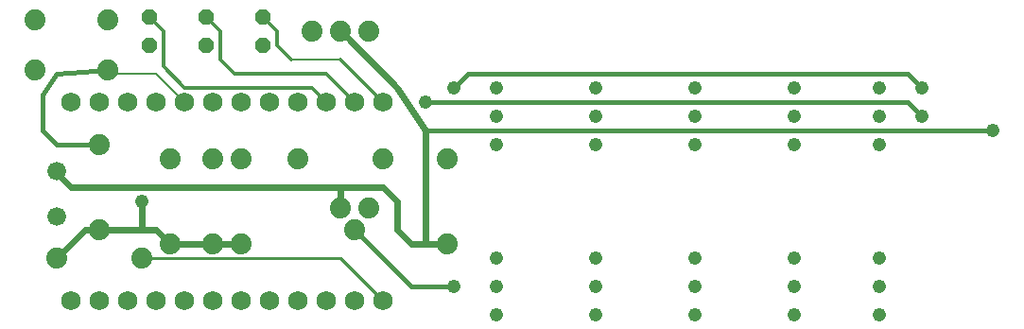
<source format=gbl>
G75*
%MOIN*%
%OFA0B0*%
%FSLAX24Y24*%
%IPPOS*%
%LPD*%
%AMOC8*
5,1,8,0,0,1.08239X$1,22.5*
%
%ADD10C,0.0690*%
%ADD11C,0.0740*%
%ADD12C,0.0660*%
%ADD13OC8,0.0560*%
%ADD14C,0.0240*%
%ADD15C,0.0476*%
%ADD16C,0.0160*%
%ADD17C,0.0100*%
%ADD18C,0.0120*%
%ADD19C,0.0080*%
D10*
X002600Y001680D03*
X003600Y001680D03*
X004600Y001680D03*
X005600Y001680D03*
X006600Y001680D03*
X007600Y001680D03*
X008600Y001680D03*
X009600Y001680D03*
X010600Y001680D03*
X011600Y001680D03*
X012600Y001680D03*
X013600Y001680D03*
X013600Y008680D03*
X012600Y008680D03*
X011600Y008680D03*
X010600Y008680D03*
X009600Y008680D03*
X008600Y008680D03*
X007600Y008680D03*
X006600Y008680D03*
X005600Y008680D03*
X004600Y008680D03*
X003600Y008680D03*
X002600Y008680D03*
D11*
X001320Y009790D03*
X003880Y009790D03*
X003880Y011570D03*
X001320Y011570D03*
X011100Y011180D03*
X012100Y011180D03*
X013100Y011180D03*
X003600Y007180D03*
X006100Y006680D03*
X007600Y006680D03*
X008600Y006680D03*
X010600Y006680D03*
X013600Y006680D03*
X015850Y006680D03*
X013100Y004930D03*
X012100Y004930D03*
X012600Y004180D03*
X015850Y003680D03*
X008600Y003680D03*
X007600Y003680D03*
X006100Y003680D03*
X005100Y003180D03*
X003600Y004180D03*
X002100Y003180D03*
D12*
X002100Y004643D03*
X002100Y006217D03*
D13*
X005350Y010680D03*
X007350Y010680D03*
X009350Y010680D03*
X009350Y011680D03*
X007350Y011680D03*
X005350Y011680D03*
D14*
X012350Y010930D02*
X014100Y009180D01*
X015100Y007680D01*
X015100Y003680D01*
X015850Y003680D01*
X015100Y003680D02*
X014600Y003680D01*
X014100Y004180D01*
X014100Y005180D01*
X013600Y005680D01*
X012100Y005680D01*
X012100Y004930D01*
X012100Y005680D02*
X002600Y005680D01*
X002100Y006180D01*
X005100Y005180D02*
X005100Y004180D01*
X003600Y004180D01*
X003100Y004180D01*
X002100Y003180D01*
X005100Y004180D02*
X005600Y004180D01*
X006100Y003680D01*
X007600Y003680D01*
X008600Y003680D01*
D15*
X005100Y005180D03*
X015100Y008680D03*
X016100Y009180D03*
X017600Y009180D03*
X017600Y008180D03*
X017600Y007180D03*
X021100Y007180D03*
X021100Y008180D03*
X021100Y009180D03*
X024600Y009180D03*
X024600Y008180D03*
X024600Y007180D03*
X028100Y007180D03*
X028100Y008180D03*
X028100Y009180D03*
X031100Y009180D03*
X032600Y009180D03*
X032600Y008180D03*
X031100Y008180D03*
X031100Y007180D03*
X035100Y007680D03*
X031100Y003180D03*
X031100Y002180D03*
X031100Y001180D03*
X028100Y001180D03*
X028100Y002180D03*
X028100Y003180D03*
X024600Y003180D03*
X024600Y002180D03*
X024600Y001180D03*
X021100Y001180D03*
X021100Y002180D03*
X021100Y003180D03*
X017600Y003180D03*
X017600Y002180D03*
X016100Y002180D03*
X017600Y001180D03*
D16*
X016100Y002180D02*
X014600Y002180D01*
X012600Y004180D01*
X003600Y007180D02*
X002100Y007180D01*
X001600Y007680D01*
X001600Y008930D01*
X002100Y009680D01*
X003880Y009790D01*
X015100Y008680D02*
X032100Y008680D01*
X032600Y008180D01*
X035100Y007680D02*
X015100Y007680D01*
X016100Y009180D02*
X016600Y009680D01*
X032100Y009680D01*
X032600Y009180D01*
D17*
X013600Y001680D02*
X012100Y003180D01*
X005100Y003180D01*
X002100Y006180D02*
X002100Y006217D01*
D18*
X005850Y009930D02*
X006600Y009180D01*
X011100Y009180D01*
X011600Y008680D01*
X011600Y009680D02*
X012600Y008680D01*
X013600Y008680D02*
X012100Y010180D01*
X011600Y009680D02*
X008350Y009680D01*
X007850Y010180D01*
X007850Y011180D01*
X007350Y011680D01*
X005850Y011180D02*
X005850Y009930D01*
X005850Y011180D02*
X005350Y011680D01*
X009350Y011680D02*
X009850Y011180D01*
X009850Y010680D01*
X010350Y010180D01*
X012100Y011180D02*
X012350Y010930D01*
D19*
X012100Y010180D02*
X010350Y010180D01*
X006600Y008680D02*
X005600Y009680D01*
X004100Y009680D01*
X003880Y009790D01*
M02*

</source>
